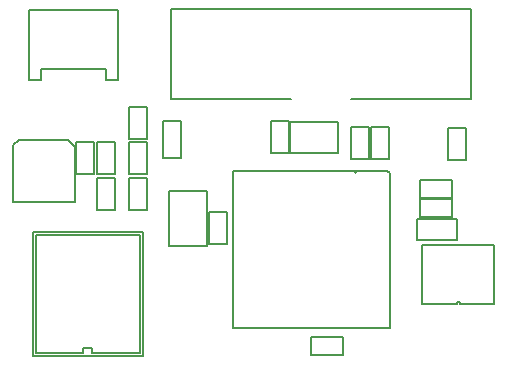
<source format=gto>
%FSLAX34Y34*%
%MOMM*%
G04 EasyPC Gerber Version 18.0.6 Build 3620 *
%ADD10C,0.12700*%
X0Y0D02*
D02*
D10*
X128735Y255535D02*
X170735D01*
X176735Y249535*
Y202535*
X123735*
Y250535*
X128735Y255535*
X137735Y305535D02*
X147735D01*
Y315535*
X202735*
Y305535*
X212735*
Y365535*
X137735*
Y305535*
X140735Y72635D02*
Y176935D01*
X233735*
Y72635*
X140735*
X143235Y75135D02*
Y174435D01*
X231235*
Y75135*
X190985*
Y78885*
X183485*
Y75135*
X143235*
X192275Y225995D02*
Y253075D01*
X177195*
Y225995*
X192275*
X210275Y195995D02*
Y223075D01*
X195195*
Y195995*
X210275*
Y225995D02*
Y253075D01*
X195195*
Y225995*
X210275*
X237275Y195995D02*
Y223075D01*
X222195*
Y195995*
X237275*
Y225995D02*
Y253075D01*
X222195*
Y225995*
X237275*
Y255995D02*
Y283075D01*
X222195*
Y255995*
X237275*
X250485Y239535D02*
Y271535D01*
X266485*
Y239535*
X250485*
X255695Y212075D02*
Y164995D01*
X287775*
Y212075*
X255695*
X290195Y194075D02*
Y166995D01*
X305275*
Y194075*
X290195*
X342195Y271075D02*
Y243995D01*
X357275*
Y271075*
X342195*
X398735Y270535D02*
X358735D01*
Y244535*
X398735*
Y270535*
X403275Y88075D02*
X376195D01*
Y72995*
X403275*
Y88075*
X410135Y289435D02*
X511735D01*
Y365635*
X257735*
Y289435*
X359335*
X414785Y227985D02*
G75*
G03X412685I-1050D01*
G01*
G75*
G03X414785I1050*
G01*
G36*
G75*
G03X412685I-1050*
G01*
G75*
G03X414785I1050*
G01*
G37*
X425275Y238995D02*
Y266075D01*
X410195*
Y238995*
X425275*
X427195Y266075D02*
Y238995D01*
X442275*
Y266075*
X427195*
X442735Y96035D02*
X309735D01*
Y229035*
X440735*
X442735Y227035*
Y96035*
X470535Y116485D02*
Y166585D01*
X530935*
Y116485*
X501985*
Y117735*
X499485*
Y116485*
X470535*
X495275Y205075D02*
X468195D01*
Y189995*
X495275*
Y205075*
Y221075D02*
X468195D01*
Y205995*
X495275*
Y221075*
X499775Y188575D02*
X465695D01*
Y170495*
X499775*
Y188575*
X507275Y237995D02*
Y265075D01*
X492195*
Y237995*
X507275*
X0Y0D02*
M02*

</source>
